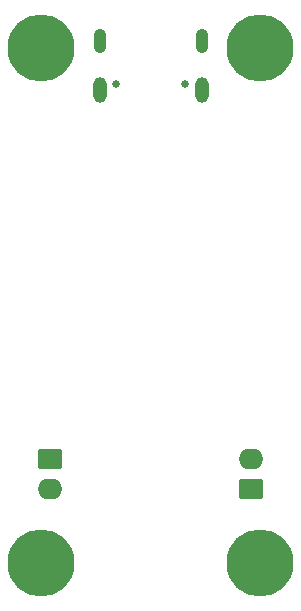
<source format=gbs>
%TF.GenerationSoftware,KiCad,Pcbnew,7.0.2*%
%TF.CreationDate,2023-08-12T21:53:35+01:00*%
%TF.ProjectId,lil-flite,6c696c2d-666c-4697-9465-2e6b69636164,rev?*%
%TF.SameCoordinates,Original*%
%TF.FileFunction,Soldermask,Bot*%
%TF.FilePolarity,Negative*%
%FSLAX46Y46*%
G04 Gerber Fmt 4.6, Leading zero omitted, Abs format (unit mm)*
G04 Created by KiCad (PCBNEW 7.0.2) date 2023-08-12 21:53:35*
%MOMM*%
%LPD*%
G01*
G04 APERTURE LIST*
G04 Aperture macros list*
%AMRoundRect*
0 Rectangle with rounded corners*
0 $1 Rounding radius*
0 $2 $3 $4 $5 $6 $7 $8 $9 X,Y pos of 4 corners*
0 Add a 4 corners polygon primitive as box body*
4,1,4,$2,$3,$4,$5,$6,$7,$8,$9,$2,$3,0*
0 Add four circle primitives for the rounded corners*
1,1,$1+$1,$2,$3*
1,1,$1+$1,$4,$5*
1,1,$1+$1,$6,$7*
1,1,$1+$1,$8,$9*
0 Add four rect primitives between the rounded corners*
20,1,$1+$1,$2,$3,$4,$5,0*
20,1,$1+$1,$4,$5,$6,$7,0*
20,1,$1+$1,$6,$7,$8,$9,0*
20,1,$1+$1,$8,$9,$2,$3,0*%
G04 Aperture macros list end*
%ADD10C,5.676000*%
%ADD11C,3.676000*%
%ADD12RoundRect,0.288000X0.750000X-0.600000X0.750000X0.600000X-0.750000X0.600000X-0.750000X-0.600000X0*%
%ADD13O,2.076000X1.776000*%
%ADD14RoundRect,0.288000X-0.750000X0.600000X-0.750000X-0.600000X0.750000X-0.600000X0.750000X0.600000X0*%
%ADD15C,0.650000*%
%ADD16O,1.126000X2.176000*%
%ADD17O,1.076000X2.076000*%
G04 APERTURE END LIST*
D10*
%TO.C,H204*%
X103200000Y-96800000D03*
D11*
X103200000Y-96800000D03*
%TD*%
D10*
%TO.C,H203*%
X121800000Y-96800000D03*
D11*
X121800000Y-96800000D03*
%TD*%
D10*
%TO.C,H202*%
X103200000Y-53200000D03*
D11*
X103200000Y-53200000D03*
%TD*%
D10*
%TO.C,H201*%
X121800000Y-53200000D03*
D11*
X121800000Y-53200000D03*
%TD*%
D12*
%TO.C,J203*%
X121000000Y-90540000D03*
D13*
X121000000Y-88040000D03*
%TD*%
%TO.C,J202*%
X104000000Y-90500000D03*
D14*
X104000000Y-88000000D03*
%TD*%
D15*
%TO.C,J201*%
X115390000Y-56274218D03*
X109610000Y-56274218D03*
D16*
X116820000Y-56774218D03*
D17*
X116820000Y-52594218D03*
X108180000Y-52594218D03*
D16*
X108180000Y-56774218D03*
%TD*%
M02*

</source>
